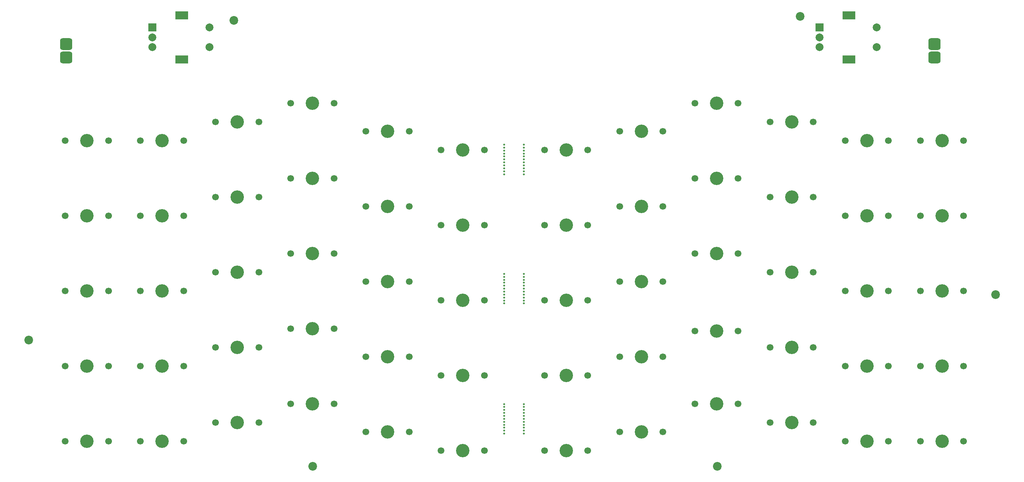
<source format=gbr>
%TF.GenerationSoftware,KiCad,Pcbnew,9.0.5*%
%TF.CreationDate,2025-12-19T18:50:02-08:00*%
%TF.ProjectId,bluekeeb,626c7565-6b65-4656-922e-6b696361645f,rev?*%
%TF.SameCoordinates,Original*%
%TF.FileFunction,Soldermask,Bot*%
%TF.FilePolarity,Negative*%
%FSLAX46Y46*%
G04 Gerber Fmt 4.6, Leading zero omitted, Abs format (unit mm)*
G04 Created by KiCad (PCBNEW 9.0.5) date 2025-12-19 18:50:02*
%MOMM*%
%LPD*%
G01*
G04 APERTURE LIST*
G04 Aperture macros list*
%AMRoundRect*
0 Rectangle with rounded corners*
0 $1 Rounding radius*
0 $2 $3 $4 $5 $6 $7 $8 $9 X,Y pos of 4 corners*
0 Add a 4 corners polygon primitive as box body*
4,1,4,$2,$3,$4,$5,$6,$7,$8,$9,$2,$3,0*
0 Add four circle primitives for the rounded corners*
1,1,$1+$1,$2,$3*
1,1,$1+$1,$4,$5*
1,1,$1+$1,$6,$7*
1,1,$1+$1,$8,$9*
0 Add four rect primitives between the rounded corners*
20,1,$1+$1,$2,$3,$4,$5,0*
20,1,$1+$1,$4,$5,$6,$7,0*
20,1,$1+$1,$6,$7,$8,$9,0*
20,1,$1+$1,$8,$9,$2,$3,0*%
G04 Aperture macros list end*
%ADD10RoundRect,0.775400X0.775400X0.775400X-0.775400X0.775400X-0.775400X-0.775400X0.775400X-0.775400X0*%
%ADD11C,2.200000*%
%ADD12R,2.000000X2.000000*%
%ADD13C,2.000000*%
%ADD14R,3.200000X2.000000*%
%ADD15C,0.500000*%
%ADD16C,1.700000*%
%ADD17C,3.400000*%
G04 APERTURE END LIST*
D10*
%TO.C,U2*%
X260000000Y-25500000D03*
X260000000Y-28900000D03*
%TD*%
D11*
%TO.C,H19*%
X30500000Y-100500000D03*
%TD*%
%TO.C,H18*%
X275500000Y-89000000D03*
%TD*%
%TO.C,H17*%
X82500000Y-19500000D03*
%TD*%
%TO.C,H16*%
X226000000Y-18500000D03*
%TD*%
%TO.C,H15*%
X102500000Y-132500000D03*
%TD*%
%TO.C,H14*%
X205000000Y-132500000D03*
%TD*%
D12*
%TO.C,SW62*%
X230875000Y-21312500D03*
D13*
X230875000Y-26312500D03*
X230875000Y-23812500D03*
D14*
X238375000Y-18212500D03*
X238375000Y-29412500D03*
D13*
X245375000Y-26312500D03*
X245375000Y-21312500D03*
%TD*%
D12*
%TO.C,SW61*%
X61806250Y-21312500D03*
D13*
X61806250Y-26312500D03*
X61806250Y-23812500D03*
D14*
X69306250Y-18212500D03*
X69306250Y-29412500D03*
D13*
X76306250Y-26312500D03*
X76306250Y-21312500D03*
%TD*%
D15*
%TO.C,H1*%
X151000000Y-124250000D03*
X156000000Y-124250000D03*
X151000000Y-123500000D03*
X151000000Y-123500000D03*
X156000000Y-123500000D03*
X156000000Y-123500000D03*
X151000000Y-122750000D03*
X156000000Y-122750000D03*
X151000000Y-122000000D03*
X156000000Y-122000000D03*
X151000000Y-121250000D03*
X156000000Y-121250000D03*
X151000000Y-120500000D03*
X156000000Y-120500000D03*
X151000000Y-119750000D03*
X156000000Y-119750000D03*
X151000000Y-119000000D03*
X156000000Y-119000000D03*
X151000000Y-118250000D03*
X156000000Y-118250000D03*
X151000000Y-117500000D03*
X156000000Y-117500000D03*
X151000000Y-116750000D03*
X156000000Y-116750000D03*
%TD*%
%TO.C,H3*%
X151000000Y-91250000D03*
X156000000Y-91250000D03*
X151000000Y-90500000D03*
X151000000Y-90500000D03*
X156000000Y-90500000D03*
X156000000Y-90500000D03*
X151000000Y-89750000D03*
X156000000Y-89750000D03*
X151000000Y-89000000D03*
X156000000Y-89000000D03*
X151000000Y-88250000D03*
X156000000Y-88250000D03*
X151000000Y-87500000D03*
X156000000Y-87500000D03*
X151000000Y-86750000D03*
X156000000Y-86750000D03*
X151000000Y-86000000D03*
X156000000Y-86000000D03*
X151000000Y-85250000D03*
X156000000Y-85250000D03*
X151000000Y-84500000D03*
X156000000Y-84500000D03*
X151000000Y-83750000D03*
X156000000Y-83750000D03*
%TD*%
%TO.C,H5*%
X151000000Y-58500000D03*
X156000000Y-58500000D03*
X151000000Y-57750000D03*
X151000000Y-57750000D03*
X156000000Y-57750000D03*
X156000000Y-57750000D03*
X151000000Y-57000000D03*
X156000000Y-57000000D03*
X151000000Y-56250000D03*
X156000000Y-56250000D03*
X151000000Y-55500000D03*
X156000000Y-55500000D03*
X151000000Y-54750000D03*
X156000000Y-54750000D03*
X151000000Y-54000000D03*
X156000000Y-54000000D03*
X151000000Y-53250000D03*
X156000000Y-53250000D03*
X151000000Y-52500000D03*
X156000000Y-52500000D03*
X151000000Y-51750000D03*
X156000000Y-51750000D03*
X151000000Y-51000000D03*
X156000000Y-51000000D03*
%TD*%
D16*
%TO.C,SW1*%
X39743750Y-50006250D03*
D17*
X45243750Y-50006250D03*
D16*
X50743750Y-50006250D03*
%TD*%
%TO.C,SW2*%
X161187500Y-52387500D03*
D17*
X166687500Y-52387500D03*
D16*
X172187500Y-52387500D03*
%TD*%
%TO.C,SW3*%
X58793750Y-50006250D03*
D17*
X64293750Y-50006250D03*
D16*
X69793750Y-50006250D03*
%TD*%
%TO.C,SW4*%
X180237500Y-47625000D03*
D17*
X185737500Y-47625000D03*
D16*
X191237500Y-47625000D03*
%TD*%
%TO.C,SW5*%
X77843750Y-45243750D03*
D17*
X83343750Y-45243750D03*
D16*
X88843750Y-45243750D03*
%TD*%
%TO.C,SW6*%
X199287500Y-40481250D03*
D17*
X204787500Y-40481250D03*
D16*
X210287500Y-40481250D03*
%TD*%
%TO.C,SW7*%
X96893750Y-40481250D03*
D17*
X102393750Y-40481250D03*
D16*
X107893750Y-40481250D03*
%TD*%
%TO.C,SW8*%
X218337500Y-45243750D03*
D17*
X223837500Y-45243750D03*
D16*
X229337500Y-45243750D03*
%TD*%
%TO.C,SW9*%
X115943750Y-47625000D03*
D17*
X121443750Y-47625000D03*
D16*
X126943750Y-47625000D03*
%TD*%
%TO.C,SW10*%
X237387500Y-50006250D03*
D17*
X242887500Y-50006250D03*
D16*
X248387500Y-50006250D03*
%TD*%
%TO.C,SW11*%
X134993750Y-52387500D03*
D17*
X140493750Y-52387500D03*
D16*
X145993750Y-52387500D03*
%TD*%
%TO.C,SW12*%
X256437500Y-50006250D03*
D17*
X261937500Y-50006250D03*
D16*
X267437500Y-50006250D03*
%TD*%
%TO.C,SW13*%
X39743750Y-69056250D03*
D17*
X45243750Y-69056250D03*
D16*
X50743750Y-69056250D03*
%TD*%
%TO.C,SW14*%
X161187500Y-71437500D03*
D17*
X166687500Y-71437500D03*
D16*
X172187500Y-71437500D03*
%TD*%
%TO.C,SW15*%
X39743750Y-88106250D03*
D17*
X45243750Y-88106250D03*
D16*
X50743750Y-88106250D03*
%TD*%
%TO.C,SW16*%
X161187500Y-90487500D03*
D17*
X166687500Y-90487500D03*
D16*
X172187500Y-90487500D03*
%TD*%
%TO.C,SW17*%
X39743750Y-107156250D03*
D17*
X45243750Y-107156250D03*
D16*
X50743750Y-107156250D03*
%TD*%
%TO.C,SW18*%
X161187500Y-109537500D03*
D17*
X166687500Y-109537500D03*
D16*
X172187500Y-109537500D03*
%TD*%
%TO.C,SW19*%
X39743750Y-126206250D03*
D17*
X45243750Y-126206250D03*
D16*
X50743750Y-126206250D03*
%TD*%
%TO.C,SW20*%
X161187500Y-128587500D03*
D17*
X166687500Y-128587500D03*
D16*
X172187500Y-128587500D03*
%TD*%
%TO.C,SW21*%
X58793750Y-69056250D03*
D17*
X64293750Y-69056250D03*
D16*
X69793750Y-69056250D03*
%TD*%
%TO.C,SW22*%
X180237500Y-66675000D03*
D17*
X185737500Y-66675000D03*
D16*
X191237500Y-66675000D03*
%TD*%
%TO.C,SW23*%
X58793750Y-88106250D03*
D17*
X64293750Y-88106250D03*
D16*
X69793750Y-88106250D03*
%TD*%
%TO.C,SW24*%
X180237500Y-85725000D03*
D17*
X185737500Y-85725000D03*
D16*
X191237500Y-85725000D03*
%TD*%
%TO.C,SW25*%
X58793750Y-107156250D03*
D17*
X64293750Y-107156250D03*
D16*
X69793750Y-107156250D03*
%TD*%
%TO.C,SW26*%
X180237500Y-104775000D03*
D17*
X185737500Y-104775000D03*
D16*
X191237500Y-104775000D03*
%TD*%
%TO.C,SW27*%
X58793750Y-126206250D03*
D17*
X64293750Y-126206250D03*
D16*
X69793750Y-126206250D03*
%TD*%
%TO.C,SW28*%
X180237500Y-123825000D03*
D17*
X185737500Y-123825000D03*
D16*
X191237500Y-123825000D03*
%TD*%
%TO.C,SW29*%
X77843750Y-64293750D03*
D17*
X83343750Y-64293750D03*
D16*
X88843750Y-64293750D03*
%TD*%
%TO.C,SW30*%
X199287500Y-59531250D03*
D17*
X204787500Y-59531250D03*
D16*
X210287500Y-59531250D03*
%TD*%
%TO.C,SW31*%
X77843750Y-83343750D03*
D17*
X83343750Y-83343750D03*
D16*
X88843750Y-83343750D03*
%TD*%
%TO.C,SW32*%
X199287500Y-78581250D03*
D17*
X204787500Y-78581250D03*
D16*
X210287500Y-78581250D03*
%TD*%
%TO.C,SW33*%
X77843750Y-102393750D03*
D17*
X83343750Y-102393750D03*
D16*
X88843750Y-102393750D03*
%TD*%
%TO.C,SW34*%
X199287500Y-98268750D03*
D17*
X204787500Y-98268750D03*
D16*
X210287500Y-98268750D03*
%TD*%
%TO.C,SW35*%
X77843750Y-121443750D03*
D17*
X83343750Y-121443750D03*
D16*
X88843750Y-121443750D03*
%TD*%
%TO.C,SW36*%
X199287500Y-116681250D03*
D17*
X204787500Y-116681250D03*
D16*
X210287500Y-116681250D03*
%TD*%
%TO.C,SW37*%
X96893750Y-59531250D03*
D17*
X102393750Y-59531250D03*
D16*
X107893750Y-59531250D03*
%TD*%
%TO.C,SW38*%
X218337500Y-64293750D03*
D17*
X223837500Y-64293750D03*
D16*
X229337500Y-64293750D03*
%TD*%
%TO.C,SW39*%
X96893750Y-78581250D03*
D17*
X102393750Y-78581250D03*
D16*
X107893750Y-78581250D03*
%TD*%
%TO.C,SW40*%
X218337500Y-83343750D03*
D17*
X223837500Y-83343750D03*
D16*
X229337500Y-83343750D03*
%TD*%
%TO.C,SW41*%
X96893750Y-97631250D03*
D17*
X102393750Y-97631250D03*
D16*
X107893750Y-97631250D03*
%TD*%
%TO.C,SW42*%
X218337500Y-102393750D03*
D17*
X223837500Y-102393750D03*
D16*
X229337500Y-102393750D03*
%TD*%
%TO.C,SW43*%
X96893750Y-116681250D03*
D17*
X102393750Y-116681250D03*
D16*
X107893750Y-116681250D03*
%TD*%
%TO.C,SW44*%
X218337500Y-121443750D03*
D17*
X223837500Y-121443750D03*
D16*
X229337500Y-121443750D03*
%TD*%
%TO.C,SW45*%
X115943750Y-66675000D03*
D17*
X121443750Y-66675000D03*
D16*
X126943750Y-66675000D03*
%TD*%
%TO.C,SW46*%
X237387500Y-69056250D03*
D17*
X242887500Y-69056250D03*
D16*
X248387500Y-69056250D03*
%TD*%
%TO.C,SW47*%
X115943750Y-85725000D03*
D17*
X121443750Y-85725000D03*
D16*
X126943750Y-85725000D03*
%TD*%
%TO.C,SW48*%
X237387500Y-88106250D03*
D17*
X242887500Y-88106250D03*
D16*
X248387500Y-88106250D03*
%TD*%
%TO.C,SW49*%
X115943750Y-104775000D03*
D17*
X121443750Y-104775000D03*
D16*
X126943750Y-104775000D03*
%TD*%
%TO.C,SW50*%
X237387500Y-107156250D03*
D17*
X242887500Y-107156250D03*
D16*
X248387500Y-107156250D03*
%TD*%
%TO.C,SW51*%
X115943750Y-123825000D03*
D17*
X121443750Y-123825000D03*
D16*
X126943750Y-123825000D03*
%TD*%
%TO.C,SW52*%
X237387500Y-126206250D03*
D17*
X242887500Y-126206250D03*
D16*
X248387500Y-126206250D03*
%TD*%
%TO.C,SW53*%
X134993750Y-71437500D03*
D17*
X140493750Y-71437500D03*
D16*
X145993750Y-71437500D03*
%TD*%
%TO.C,SW54*%
X256437500Y-69056250D03*
D17*
X261937500Y-69056250D03*
D16*
X267437500Y-69056250D03*
%TD*%
%TO.C,SW55*%
X134993750Y-90487500D03*
D17*
X140493750Y-90487500D03*
D16*
X145993750Y-90487500D03*
%TD*%
%TO.C,SW56*%
X256437500Y-88106250D03*
D17*
X261937500Y-88106250D03*
D16*
X267437500Y-88106250D03*
%TD*%
%TO.C,SW57*%
X134993750Y-109537500D03*
D17*
X140493750Y-109537500D03*
D16*
X145993750Y-109537500D03*
%TD*%
%TO.C,SW58*%
X256437500Y-107156250D03*
D17*
X261937500Y-107156250D03*
D16*
X267437500Y-107156250D03*
%TD*%
%TO.C,SW59*%
X134993750Y-128587500D03*
D17*
X140493750Y-128587500D03*
D16*
X145993750Y-128587500D03*
%TD*%
%TO.C,SW60*%
X256437500Y-126206250D03*
D17*
X261937500Y-126206250D03*
D16*
X267437500Y-126206250D03*
%TD*%
D10*
%TO.C,U1*%
X40000000Y-28900000D03*
X40000000Y-25500000D03*
%TD*%
M02*

</source>
